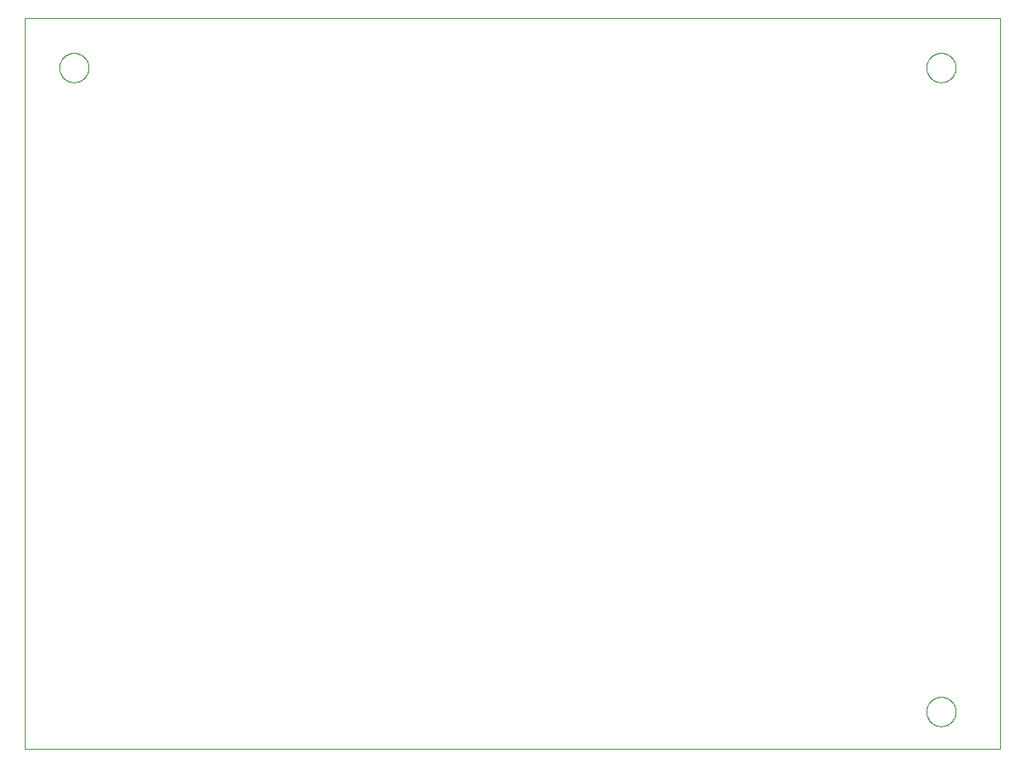
<source format=gbo>
G75*
%MOIN*%
%OFA0B0*%
%FSLAX25Y25*%
%IPPOS*%
%LPD*%
%AMOC8*
5,1,8,0,0,1.08239X$1,22.5*
%
%ADD10C,0.00000*%
D10*
X0002200Y0007200D02*
X0002200Y0302161D01*
X0395901Y0302161D01*
X0395901Y0007200D01*
X0002200Y0007200D01*
X0016294Y0282200D02*
X0016296Y0282353D01*
X0016302Y0282507D01*
X0016312Y0282660D01*
X0016326Y0282812D01*
X0016344Y0282965D01*
X0016366Y0283116D01*
X0016391Y0283267D01*
X0016421Y0283418D01*
X0016455Y0283568D01*
X0016492Y0283716D01*
X0016533Y0283864D01*
X0016578Y0284010D01*
X0016627Y0284156D01*
X0016680Y0284300D01*
X0016736Y0284442D01*
X0016796Y0284583D01*
X0016860Y0284723D01*
X0016927Y0284861D01*
X0016998Y0284997D01*
X0017073Y0285131D01*
X0017150Y0285263D01*
X0017232Y0285393D01*
X0017316Y0285521D01*
X0017404Y0285647D01*
X0017495Y0285770D01*
X0017589Y0285891D01*
X0017687Y0286009D01*
X0017787Y0286125D01*
X0017891Y0286238D01*
X0017997Y0286349D01*
X0018106Y0286457D01*
X0018218Y0286562D01*
X0018332Y0286663D01*
X0018450Y0286762D01*
X0018569Y0286858D01*
X0018691Y0286951D01*
X0018816Y0287040D01*
X0018943Y0287127D01*
X0019072Y0287209D01*
X0019203Y0287289D01*
X0019336Y0287365D01*
X0019471Y0287438D01*
X0019608Y0287507D01*
X0019747Y0287572D01*
X0019887Y0287634D01*
X0020029Y0287692D01*
X0020172Y0287747D01*
X0020317Y0287798D01*
X0020463Y0287845D01*
X0020610Y0287888D01*
X0020758Y0287927D01*
X0020907Y0287963D01*
X0021057Y0287994D01*
X0021208Y0288022D01*
X0021359Y0288046D01*
X0021512Y0288066D01*
X0021664Y0288082D01*
X0021817Y0288094D01*
X0021970Y0288102D01*
X0022123Y0288106D01*
X0022277Y0288106D01*
X0022430Y0288102D01*
X0022583Y0288094D01*
X0022736Y0288082D01*
X0022888Y0288066D01*
X0023041Y0288046D01*
X0023192Y0288022D01*
X0023343Y0287994D01*
X0023493Y0287963D01*
X0023642Y0287927D01*
X0023790Y0287888D01*
X0023937Y0287845D01*
X0024083Y0287798D01*
X0024228Y0287747D01*
X0024371Y0287692D01*
X0024513Y0287634D01*
X0024653Y0287572D01*
X0024792Y0287507D01*
X0024929Y0287438D01*
X0025064Y0287365D01*
X0025197Y0287289D01*
X0025328Y0287209D01*
X0025457Y0287127D01*
X0025584Y0287040D01*
X0025709Y0286951D01*
X0025831Y0286858D01*
X0025950Y0286762D01*
X0026068Y0286663D01*
X0026182Y0286562D01*
X0026294Y0286457D01*
X0026403Y0286349D01*
X0026509Y0286238D01*
X0026613Y0286125D01*
X0026713Y0286009D01*
X0026811Y0285891D01*
X0026905Y0285770D01*
X0026996Y0285647D01*
X0027084Y0285521D01*
X0027168Y0285393D01*
X0027250Y0285263D01*
X0027327Y0285131D01*
X0027402Y0284997D01*
X0027473Y0284861D01*
X0027540Y0284723D01*
X0027604Y0284583D01*
X0027664Y0284442D01*
X0027720Y0284300D01*
X0027773Y0284156D01*
X0027822Y0284010D01*
X0027867Y0283864D01*
X0027908Y0283716D01*
X0027945Y0283568D01*
X0027979Y0283418D01*
X0028009Y0283267D01*
X0028034Y0283116D01*
X0028056Y0282965D01*
X0028074Y0282812D01*
X0028088Y0282660D01*
X0028098Y0282507D01*
X0028104Y0282353D01*
X0028106Y0282200D01*
X0028104Y0282047D01*
X0028098Y0281893D01*
X0028088Y0281740D01*
X0028074Y0281588D01*
X0028056Y0281435D01*
X0028034Y0281284D01*
X0028009Y0281133D01*
X0027979Y0280982D01*
X0027945Y0280832D01*
X0027908Y0280684D01*
X0027867Y0280536D01*
X0027822Y0280390D01*
X0027773Y0280244D01*
X0027720Y0280100D01*
X0027664Y0279958D01*
X0027604Y0279817D01*
X0027540Y0279677D01*
X0027473Y0279539D01*
X0027402Y0279403D01*
X0027327Y0279269D01*
X0027250Y0279137D01*
X0027168Y0279007D01*
X0027084Y0278879D01*
X0026996Y0278753D01*
X0026905Y0278630D01*
X0026811Y0278509D01*
X0026713Y0278391D01*
X0026613Y0278275D01*
X0026509Y0278162D01*
X0026403Y0278051D01*
X0026294Y0277943D01*
X0026182Y0277838D01*
X0026068Y0277737D01*
X0025950Y0277638D01*
X0025831Y0277542D01*
X0025709Y0277449D01*
X0025584Y0277360D01*
X0025457Y0277273D01*
X0025328Y0277191D01*
X0025197Y0277111D01*
X0025064Y0277035D01*
X0024929Y0276962D01*
X0024792Y0276893D01*
X0024653Y0276828D01*
X0024513Y0276766D01*
X0024371Y0276708D01*
X0024228Y0276653D01*
X0024083Y0276602D01*
X0023937Y0276555D01*
X0023790Y0276512D01*
X0023642Y0276473D01*
X0023493Y0276437D01*
X0023343Y0276406D01*
X0023192Y0276378D01*
X0023041Y0276354D01*
X0022888Y0276334D01*
X0022736Y0276318D01*
X0022583Y0276306D01*
X0022430Y0276298D01*
X0022277Y0276294D01*
X0022123Y0276294D01*
X0021970Y0276298D01*
X0021817Y0276306D01*
X0021664Y0276318D01*
X0021512Y0276334D01*
X0021359Y0276354D01*
X0021208Y0276378D01*
X0021057Y0276406D01*
X0020907Y0276437D01*
X0020758Y0276473D01*
X0020610Y0276512D01*
X0020463Y0276555D01*
X0020317Y0276602D01*
X0020172Y0276653D01*
X0020029Y0276708D01*
X0019887Y0276766D01*
X0019747Y0276828D01*
X0019608Y0276893D01*
X0019471Y0276962D01*
X0019336Y0277035D01*
X0019203Y0277111D01*
X0019072Y0277191D01*
X0018943Y0277273D01*
X0018816Y0277360D01*
X0018691Y0277449D01*
X0018569Y0277542D01*
X0018450Y0277638D01*
X0018332Y0277737D01*
X0018218Y0277838D01*
X0018106Y0277943D01*
X0017997Y0278051D01*
X0017891Y0278162D01*
X0017787Y0278275D01*
X0017687Y0278391D01*
X0017589Y0278509D01*
X0017495Y0278630D01*
X0017404Y0278753D01*
X0017316Y0278879D01*
X0017232Y0279007D01*
X0017150Y0279137D01*
X0017073Y0279269D01*
X0016998Y0279403D01*
X0016927Y0279539D01*
X0016860Y0279677D01*
X0016796Y0279817D01*
X0016736Y0279958D01*
X0016680Y0280100D01*
X0016627Y0280244D01*
X0016578Y0280390D01*
X0016533Y0280536D01*
X0016492Y0280684D01*
X0016455Y0280832D01*
X0016421Y0280982D01*
X0016391Y0281133D01*
X0016366Y0281284D01*
X0016344Y0281435D01*
X0016326Y0281588D01*
X0016312Y0281740D01*
X0016302Y0281893D01*
X0016296Y0282047D01*
X0016294Y0282200D01*
X0366294Y0282200D02*
X0366296Y0282353D01*
X0366302Y0282507D01*
X0366312Y0282660D01*
X0366326Y0282812D01*
X0366344Y0282965D01*
X0366366Y0283116D01*
X0366391Y0283267D01*
X0366421Y0283418D01*
X0366455Y0283568D01*
X0366492Y0283716D01*
X0366533Y0283864D01*
X0366578Y0284010D01*
X0366627Y0284156D01*
X0366680Y0284300D01*
X0366736Y0284442D01*
X0366796Y0284583D01*
X0366860Y0284723D01*
X0366927Y0284861D01*
X0366998Y0284997D01*
X0367073Y0285131D01*
X0367150Y0285263D01*
X0367232Y0285393D01*
X0367316Y0285521D01*
X0367404Y0285647D01*
X0367495Y0285770D01*
X0367589Y0285891D01*
X0367687Y0286009D01*
X0367787Y0286125D01*
X0367891Y0286238D01*
X0367997Y0286349D01*
X0368106Y0286457D01*
X0368218Y0286562D01*
X0368332Y0286663D01*
X0368450Y0286762D01*
X0368569Y0286858D01*
X0368691Y0286951D01*
X0368816Y0287040D01*
X0368943Y0287127D01*
X0369072Y0287209D01*
X0369203Y0287289D01*
X0369336Y0287365D01*
X0369471Y0287438D01*
X0369608Y0287507D01*
X0369747Y0287572D01*
X0369887Y0287634D01*
X0370029Y0287692D01*
X0370172Y0287747D01*
X0370317Y0287798D01*
X0370463Y0287845D01*
X0370610Y0287888D01*
X0370758Y0287927D01*
X0370907Y0287963D01*
X0371057Y0287994D01*
X0371208Y0288022D01*
X0371359Y0288046D01*
X0371512Y0288066D01*
X0371664Y0288082D01*
X0371817Y0288094D01*
X0371970Y0288102D01*
X0372123Y0288106D01*
X0372277Y0288106D01*
X0372430Y0288102D01*
X0372583Y0288094D01*
X0372736Y0288082D01*
X0372888Y0288066D01*
X0373041Y0288046D01*
X0373192Y0288022D01*
X0373343Y0287994D01*
X0373493Y0287963D01*
X0373642Y0287927D01*
X0373790Y0287888D01*
X0373937Y0287845D01*
X0374083Y0287798D01*
X0374228Y0287747D01*
X0374371Y0287692D01*
X0374513Y0287634D01*
X0374653Y0287572D01*
X0374792Y0287507D01*
X0374929Y0287438D01*
X0375064Y0287365D01*
X0375197Y0287289D01*
X0375328Y0287209D01*
X0375457Y0287127D01*
X0375584Y0287040D01*
X0375709Y0286951D01*
X0375831Y0286858D01*
X0375950Y0286762D01*
X0376068Y0286663D01*
X0376182Y0286562D01*
X0376294Y0286457D01*
X0376403Y0286349D01*
X0376509Y0286238D01*
X0376613Y0286125D01*
X0376713Y0286009D01*
X0376811Y0285891D01*
X0376905Y0285770D01*
X0376996Y0285647D01*
X0377084Y0285521D01*
X0377168Y0285393D01*
X0377250Y0285263D01*
X0377327Y0285131D01*
X0377402Y0284997D01*
X0377473Y0284861D01*
X0377540Y0284723D01*
X0377604Y0284583D01*
X0377664Y0284442D01*
X0377720Y0284300D01*
X0377773Y0284156D01*
X0377822Y0284010D01*
X0377867Y0283864D01*
X0377908Y0283716D01*
X0377945Y0283568D01*
X0377979Y0283418D01*
X0378009Y0283267D01*
X0378034Y0283116D01*
X0378056Y0282965D01*
X0378074Y0282812D01*
X0378088Y0282660D01*
X0378098Y0282507D01*
X0378104Y0282353D01*
X0378106Y0282200D01*
X0378104Y0282047D01*
X0378098Y0281893D01*
X0378088Y0281740D01*
X0378074Y0281588D01*
X0378056Y0281435D01*
X0378034Y0281284D01*
X0378009Y0281133D01*
X0377979Y0280982D01*
X0377945Y0280832D01*
X0377908Y0280684D01*
X0377867Y0280536D01*
X0377822Y0280390D01*
X0377773Y0280244D01*
X0377720Y0280100D01*
X0377664Y0279958D01*
X0377604Y0279817D01*
X0377540Y0279677D01*
X0377473Y0279539D01*
X0377402Y0279403D01*
X0377327Y0279269D01*
X0377250Y0279137D01*
X0377168Y0279007D01*
X0377084Y0278879D01*
X0376996Y0278753D01*
X0376905Y0278630D01*
X0376811Y0278509D01*
X0376713Y0278391D01*
X0376613Y0278275D01*
X0376509Y0278162D01*
X0376403Y0278051D01*
X0376294Y0277943D01*
X0376182Y0277838D01*
X0376068Y0277737D01*
X0375950Y0277638D01*
X0375831Y0277542D01*
X0375709Y0277449D01*
X0375584Y0277360D01*
X0375457Y0277273D01*
X0375328Y0277191D01*
X0375197Y0277111D01*
X0375064Y0277035D01*
X0374929Y0276962D01*
X0374792Y0276893D01*
X0374653Y0276828D01*
X0374513Y0276766D01*
X0374371Y0276708D01*
X0374228Y0276653D01*
X0374083Y0276602D01*
X0373937Y0276555D01*
X0373790Y0276512D01*
X0373642Y0276473D01*
X0373493Y0276437D01*
X0373343Y0276406D01*
X0373192Y0276378D01*
X0373041Y0276354D01*
X0372888Y0276334D01*
X0372736Y0276318D01*
X0372583Y0276306D01*
X0372430Y0276298D01*
X0372277Y0276294D01*
X0372123Y0276294D01*
X0371970Y0276298D01*
X0371817Y0276306D01*
X0371664Y0276318D01*
X0371512Y0276334D01*
X0371359Y0276354D01*
X0371208Y0276378D01*
X0371057Y0276406D01*
X0370907Y0276437D01*
X0370758Y0276473D01*
X0370610Y0276512D01*
X0370463Y0276555D01*
X0370317Y0276602D01*
X0370172Y0276653D01*
X0370029Y0276708D01*
X0369887Y0276766D01*
X0369747Y0276828D01*
X0369608Y0276893D01*
X0369471Y0276962D01*
X0369336Y0277035D01*
X0369203Y0277111D01*
X0369072Y0277191D01*
X0368943Y0277273D01*
X0368816Y0277360D01*
X0368691Y0277449D01*
X0368569Y0277542D01*
X0368450Y0277638D01*
X0368332Y0277737D01*
X0368218Y0277838D01*
X0368106Y0277943D01*
X0367997Y0278051D01*
X0367891Y0278162D01*
X0367787Y0278275D01*
X0367687Y0278391D01*
X0367589Y0278509D01*
X0367495Y0278630D01*
X0367404Y0278753D01*
X0367316Y0278879D01*
X0367232Y0279007D01*
X0367150Y0279137D01*
X0367073Y0279269D01*
X0366998Y0279403D01*
X0366927Y0279539D01*
X0366860Y0279677D01*
X0366796Y0279817D01*
X0366736Y0279958D01*
X0366680Y0280100D01*
X0366627Y0280244D01*
X0366578Y0280390D01*
X0366533Y0280536D01*
X0366492Y0280684D01*
X0366455Y0280832D01*
X0366421Y0280982D01*
X0366391Y0281133D01*
X0366366Y0281284D01*
X0366344Y0281435D01*
X0366326Y0281588D01*
X0366312Y0281740D01*
X0366302Y0281893D01*
X0366296Y0282047D01*
X0366294Y0282200D01*
X0366294Y0022200D02*
X0366296Y0022353D01*
X0366302Y0022507D01*
X0366312Y0022660D01*
X0366326Y0022812D01*
X0366344Y0022965D01*
X0366366Y0023116D01*
X0366391Y0023267D01*
X0366421Y0023418D01*
X0366455Y0023568D01*
X0366492Y0023716D01*
X0366533Y0023864D01*
X0366578Y0024010D01*
X0366627Y0024156D01*
X0366680Y0024300D01*
X0366736Y0024442D01*
X0366796Y0024583D01*
X0366860Y0024723D01*
X0366927Y0024861D01*
X0366998Y0024997D01*
X0367073Y0025131D01*
X0367150Y0025263D01*
X0367232Y0025393D01*
X0367316Y0025521D01*
X0367404Y0025647D01*
X0367495Y0025770D01*
X0367589Y0025891D01*
X0367687Y0026009D01*
X0367787Y0026125D01*
X0367891Y0026238D01*
X0367997Y0026349D01*
X0368106Y0026457D01*
X0368218Y0026562D01*
X0368332Y0026663D01*
X0368450Y0026762D01*
X0368569Y0026858D01*
X0368691Y0026951D01*
X0368816Y0027040D01*
X0368943Y0027127D01*
X0369072Y0027209D01*
X0369203Y0027289D01*
X0369336Y0027365D01*
X0369471Y0027438D01*
X0369608Y0027507D01*
X0369747Y0027572D01*
X0369887Y0027634D01*
X0370029Y0027692D01*
X0370172Y0027747D01*
X0370317Y0027798D01*
X0370463Y0027845D01*
X0370610Y0027888D01*
X0370758Y0027927D01*
X0370907Y0027963D01*
X0371057Y0027994D01*
X0371208Y0028022D01*
X0371359Y0028046D01*
X0371512Y0028066D01*
X0371664Y0028082D01*
X0371817Y0028094D01*
X0371970Y0028102D01*
X0372123Y0028106D01*
X0372277Y0028106D01*
X0372430Y0028102D01*
X0372583Y0028094D01*
X0372736Y0028082D01*
X0372888Y0028066D01*
X0373041Y0028046D01*
X0373192Y0028022D01*
X0373343Y0027994D01*
X0373493Y0027963D01*
X0373642Y0027927D01*
X0373790Y0027888D01*
X0373937Y0027845D01*
X0374083Y0027798D01*
X0374228Y0027747D01*
X0374371Y0027692D01*
X0374513Y0027634D01*
X0374653Y0027572D01*
X0374792Y0027507D01*
X0374929Y0027438D01*
X0375064Y0027365D01*
X0375197Y0027289D01*
X0375328Y0027209D01*
X0375457Y0027127D01*
X0375584Y0027040D01*
X0375709Y0026951D01*
X0375831Y0026858D01*
X0375950Y0026762D01*
X0376068Y0026663D01*
X0376182Y0026562D01*
X0376294Y0026457D01*
X0376403Y0026349D01*
X0376509Y0026238D01*
X0376613Y0026125D01*
X0376713Y0026009D01*
X0376811Y0025891D01*
X0376905Y0025770D01*
X0376996Y0025647D01*
X0377084Y0025521D01*
X0377168Y0025393D01*
X0377250Y0025263D01*
X0377327Y0025131D01*
X0377402Y0024997D01*
X0377473Y0024861D01*
X0377540Y0024723D01*
X0377604Y0024583D01*
X0377664Y0024442D01*
X0377720Y0024300D01*
X0377773Y0024156D01*
X0377822Y0024010D01*
X0377867Y0023864D01*
X0377908Y0023716D01*
X0377945Y0023568D01*
X0377979Y0023418D01*
X0378009Y0023267D01*
X0378034Y0023116D01*
X0378056Y0022965D01*
X0378074Y0022812D01*
X0378088Y0022660D01*
X0378098Y0022507D01*
X0378104Y0022353D01*
X0378106Y0022200D01*
X0378104Y0022047D01*
X0378098Y0021893D01*
X0378088Y0021740D01*
X0378074Y0021588D01*
X0378056Y0021435D01*
X0378034Y0021284D01*
X0378009Y0021133D01*
X0377979Y0020982D01*
X0377945Y0020832D01*
X0377908Y0020684D01*
X0377867Y0020536D01*
X0377822Y0020390D01*
X0377773Y0020244D01*
X0377720Y0020100D01*
X0377664Y0019958D01*
X0377604Y0019817D01*
X0377540Y0019677D01*
X0377473Y0019539D01*
X0377402Y0019403D01*
X0377327Y0019269D01*
X0377250Y0019137D01*
X0377168Y0019007D01*
X0377084Y0018879D01*
X0376996Y0018753D01*
X0376905Y0018630D01*
X0376811Y0018509D01*
X0376713Y0018391D01*
X0376613Y0018275D01*
X0376509Y0018162D01*
X0376403Y0018051D01*
X0376294Y0017943D01*
X0376182Y0017838D01*
X0376068Y0017737D01*
X0375950Y0017638D01*
X0375831Y0017542D01*
X0375709Y0017449D01*
X0375584Y0017360D01*
X0375457Y0017273D01*
X0375328Y0017191D01*
X0375197Y0017111D01*
X0375064Y0017035D01*
X0374929Y0016962D01*
X0374792Y0016893D01*
X0374653Y0016828D01*
X0374513Y0016766D01*
X0374371Y0016708D01*
X0374228Y0016653D01*
X0374083Y0016602D01*
X0373937Y0016555D01*
X0373790Y0016512D01*
X0373642Y0016473D01*
X0373493Y0016437D01*
X0373343Y0016406D01*
X0373192Y0016378D01*
X0373041Y0016354D01*
X0372888Y0016334D01*
X0372736Y0016318D01*
X0372583Y0016306D01*
X0372430Y0016298D01*
X0372277Y0016294D01*
X0372123Y0016294D01*
X0371970Y0016298D01*
X0371817Y0016306D01*
X0371664Y0016318D01*
X0371512Y0016334D01*
X0371359Y0016354D01*
X0371208Y0016378D01*
X0371057Y0016406D01*
X0370907Y0016437D01*
X0370758Y0016473D01*
X0370610Y0016512D01*
X0370463Y0016555D01*
X0370317Y0016602D01*
X0370172Y0016653D01*
X0370029Y0016708D01*
X0369887Y0016766D01*
X0369747Y0016828D01*
X0369608Y0016893D01*
X0369471Y0016962D01*
X0369336Y0017035D01*
X0369203Y0017111D01*
X0369072Y0017191D01*
X0368943Y0017273D01*
X0368816Y0017360D01*
X0368691Y0017449D01*
X0368569Y0017542D01*
X0368450Y0017638D01*
X0368332Y0017737D01*
X0368218Y0017838D01*
X0368106Y0017943D01*
X0367997Y0018051D01*
X0367891Y0018162D01*
X0367787Y0018275D01*
X0367687Y0018391D01*
X0367589Y0018509D01*
X0367495Y0018630D01*
X0367404Y0018753D01*
X0367316Y0018879D01*
X0367232Y0019007D01*
X0367150Y0019137D01*
X0367073Y0019269D01*
X0366998Y0019403D01*
X0366927Y0019539D01*
X0366860Y0019677D01*
X0366796Y0019817D01*
X0366736Y0019958D01*
X0366680Y0020100D01*
X0366627Y0020244D01*
X0366578Y0020390D01*
X0366533Y0020536D01*
X0366492Y0020684D01*
X0366455Y0020832D01*
X0366421Y0020982D01*
X0366391Y0021133D01*
X0366366Y0021284D01*
X0366344Y0021435D01*
X0366326Y0021588D01*
X0366312Y0021740D01*
X0366302Y0021893D01*
X0366296Y0022047D01*
X0366294Y0022200D01*
M02*

</source>
